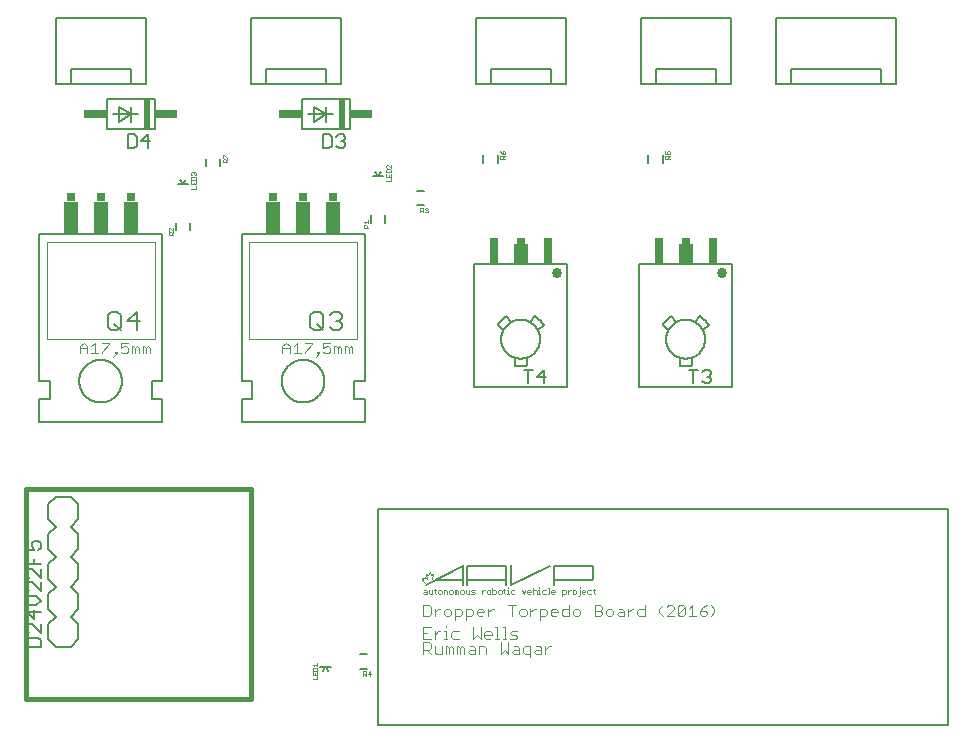
<source format=gto>
G75*
%MOIN*%
%OFA0B0*%
%FSLAX25Y25*%
%IPPOS*%
%LPD*%
%AMOC8*
5,1,8,0,0,1.08239X$1,22.5*
%
%ADD10C,0.01600*%
%ADD11C,0.00300*%
%ADD12C,0.00800*%
%ADD13C,0.00500*%
%ADD14C,0.00600*%
%ADD15R,0.02000X0.10000*%
%ADD16R,0.07500X0.03000*%
%ADD17C,0.00100*%
%ADD18C,0.00200*%
%ADD19C,0.00700*%
%ADD20C,0.00400*%
%ADD21R,0.03000X0.02500*%
%ADD22R,0.05000X0.11000*%
%ADD23C,0.03400*%
%ADD24R,0.05000X0.07000*%
%ADD25R,0.03000X0.08500*%
D10*
X0021800Y0051433D02*
X0021800Y0121433D01*
X0096800Y0121433D01*
X0096800Y0051433D01*
X0021800Y0051433D01*
D11*
X0154450Y0066583D02*
X0154450Y0070286D01*
X0156302Y0070286D01*
X0156919Y0069669D01*
X0156919Y0068435D01*
X0156302Y0067817D01*
X0154450Y0067817D01*
X0155684Y0067817D02*
X0156919Y0066583D01*
X0158133Y0067200D02*
X0158133Y0069052D01*
X0158133Y0067200D02*
X0158750Y0066583D01*
X0160602Y0066583D01*
X0160602Y0069052D01*
X0161816Y0069052D02*
X0161816Y0066583D01*
X0163051Y0066583D02*
X0163051Y0068435D01*
X0163668Y0069052D01*
X0164285Y0068435D01*
X0164285Y0066583D01*
X0165499Y0066583D02*
X0165499Y0069052D01*
X0166117Y0069052D01*
X0166734Y0068435D01*
X0167351Y0069052D01*
X0167968Y0068435D01*
X0167968Y0066583D01*
X0166734Y0066583D02*
X0166734Y0068435D01*
X0169183Y0067200D02*
X0169800Y0067817D01*
X0171651Y0067817D01*
X0171651Y0068435D02*
X0171651Y0066583D01*
X0169800Y0066583D01*
X0169183Y0067200D01*
X0169800Y0069052D02*
X0171034Y0069052D01*
X0171651Y0068435D01*
X0172866Y0069052D02*
X0172866Y0066583D01*
X0175334Y0066583D02*
X0175334Y0068435D01*
X0174717Y0069052D01*
X0172866Y0069052D01*
X0173493Y0071583D02*
X0172259Y0072817D01*
X0171024Y0071583D01*
X0171024Y0075286D01*
X0173493Y0075286D02*
X0173493Y0071583D01*
X0174707Y0072200D02*
X0174707Y0073435D01*
X0175324Y0074052D01*
X0176559Y0074052D01*
X0177176Y0073435D01*
X0177176Y0072817D01*
X0174707Y0072817D01*
X0174707Y0072200D02*
X0175324Y0071583D01*
X0176559Y0071583D01*
X0178390Y0071583D02*
X0179625Y0071583D01*
X0179008Y0071583D02*
X0179008Y0075286D01*
X0178390Y0075286D01*
X0180846Y0075286D02*
X0181463Y0075286D01*
X0181463Y0071583D01*
X0180846Y0071583D02*
X0182080Y0071583D01*
X0183301Y0071583D02*
X0185153Y0071583D01*
X0185770Y0072200D01*
X0185153Y0072817D01*
X0183918Y0072817D01*
X0183301Y0073435D01*
X0183918Y0074052D01*
X0185770Y0074052D01*
X0186988Y0079083D02*
X0186371Y0079700D01*
X0186371Y0080935D01*
X0186988Y0081552D01*
X0188222Y0081552D01*
X0188839Y0080935D01*
X0188839Y0079700D01*
X0188222Y0079083D01*
X0186988Y0079083D01*
X0190054Y0079083D02*
X0190054Y0081552D01*
X0191288Y0081552D02*
X0191905Y0081552D01*
X0191288Y0081552D02*
X0190054Y0080317D01*
X0193123Y0079083D02*
X0194975Y0079083D01*
X0195592Y0079700D01*
X0195592Y0080935D01*
X0194975Y0081552D01*
X0193123Y0081552D01*
X0193123Y0077849D01*
X0196806Y0079700D02*
X0196806Y0080935D01*
X0197423Y0081552D01*
X0198658Y0081552D01*
X0199275Y0080935D01*
X0199275Y0080317D01*
X0196806Y0080317D01*
X0196806Y0079700D02*
X0197423Y0079083D01*
X0198658Y0079083D01*
X0200489Y0079700D02*
X0200489Y0080935D01*
X0201106Y0081552D01*
X0202958Y0081552D01*
X0202958Y0082786D02*
X0202958Y0079083D01*
X0201106Y0079083D01*
X0200489Y0079700D01*
X0204172Y0079700D02*
X0204790Y0079083D01*
X0206024Y0079083D01*
X0206641Y0079700D01*
X0206641Y0080935D01*
X0206024Y0081552D01*
X0204790Y0081552D01*
X0204172Y0080935D01*
X0204172Y0079700D01*
X0211539Y0079083D02*
X0213390Y0079083D01*
X0214007Y0079700D01*
X0214007Y0080317D01*
X0213390Y0080935D01*
X0211539Y0080935D01*
X0211539Y0082786D02*
X0211539Y0079083D01*
X0213390Y0080935D02*
X0214007Y0081552D01*
X0214007Y0082169D01*
X0213390Y0082786D01*
X0211539Y0082786D01*
X0215222Y0080935D02*
X0215222Y0079700D01*
X0215839Y0079083D01*
X0217073Y0079083D01*
X0217691Y0079700D01*
X0217691Y0080935D01*
X0217073Y0081552D01*
X0215839Y0081552D01*
X0215222Y0080935D01*
X0218905Y0079700D02*
X0219522Y0079083D01*
X0221374Y0079083D01*
X0221374Y0080935D01*
X0220757Y0081552D01*
X0219522Y0081552D01*
X0219522Y0080317D02*
X0221374Y0080317D01*
X0222588Y0080317D02*
X0223823Y0081552D01*
X0224440Y0081552D01*
X0225657Y0080935D02*
X0226275Y0081552D01*
X0228126Y0081552D01*
X0228126Y0082786D02*
X0228126Y0079083D01*
X0226275Y0079083D01*
X0225657Y0079700D01*
X0225657Y0080935D01*
X0222588Y0081552D02*
X0222588Y0079083D01*
X0219522Y0080317D02*
X0218905Y0079700D01*
X0233024Y0080317D02*
X0233024Y0081552D01*
X0234258Y0082786D01*
X0235479Y0082169D02*
X0236096Y0082786D01*
X0237331Y0082786D01*
X0237948Y0082169D01*
X0237948Y0081552D01*
X0235479Y0079083D01*
X0237948Y0079083D01*
X0239162Y0079700D02*
X0239779Y0079083D01*
X0241014Y0079083D01*
X0241631Y0079700D01*
X0241631Y0082169D01*
X0239162Y0079700D01*
X0239162Y0082169D01*
X0239779Y0082786D01*
X0241014Y0082786D01*
X0241631Y0082169D01*
X0242845Y0081552D02*
X0244080Y0082786D01*
X0244080Y0079083D01*
X0245314Y0079083D02*
X0242845Y0079083D01*
X0246529Y0079700D02*
X0247146Y0079083D01*
X0248380Y0079083D01*
X0248997Y0079700D01*
X0248997Y0080317D01*
X0248380Y0080935D01*
X0246529Y0080935D01*
X0246529Y0079700D01*
X0246529Y0080935D02*
X0247763Y0082169D01*
X0248997Y0082786D01*
X0250212Y0082786D02*
X0251446Y0081552D01*
X0251446Y0080317D01*
X0250212Y0079083D01*
X0234258Y0079083D02*
X0233024Y0080317D01*
X0196816Y0069052D02*
X0196199Y0069052D01*
X0194965Y0067817D01*
X0193750Y0067817D02*
X0191899Y0067817D01*
X0191281Y0067200D01*
X0191899Y0066583D01*
X0193750Y0066583D01*
X0193750Y0068435D01*
X0193133Y0069052D01*
X0191899Y0069052D01*
X0190067Y0069052D02*
X0190067Y0065349D01*
X0190067Y0066583D02*
X0188215Y0066583D01*
X0187598Y0067200D01*
X0187598Y0068435D01*
X0188215Y0069052D01*
X0190067Y0069052D01*
X0186384Y0068435D02*
X0186384Y0066583D01*
X0184532Y0066583D01*
X0183915Y0067200D01*
X0184532Y0067817D01*
X0186384Y0067817D01*
X0186384Y0068435D02*
X0185767Y0069052D01*
X0184532Y0069052D01*
X0182701Y0070286D02*
X0182701Y0066583D01*
X0181466Y0067817D01*
X0180232Y0066583D01*
X0180232Y0070286D01*
X0183922Y0079083D02*
X0183922Y0082786D01*
X0185156Y0082786D02*
X0182687Y0082786D01*
X0177787Y0081552D02*
X0177169Y0081552D01*
X0175935Y0080317D01*
X0174721Y0080317D02*
X0172252Y0080317D01*
X0172252Y0079700D02*
X0172252Y0080935D01*
X0172869Y0081552D01*
X0174103Y0081552D01*
X0174721Y0080935D01*
X0174721Y0080317D01*
X0174103Y0079083D02*
X0172869Y0079083D01*
X0172252Y0079700D01*
X0171037Y0079700D02*
X0170420Y0079083D01*
X0168569Y0079083D01*
X0168569Y0077849D02*
X0168569Y0081552D01*
X0170420Y0081552D01*
X0171037Y0080935D01*
X0171037Y0079700D01*
X0167354Y0079700D02*
X0166737Y0079083D01*
X0164886Y0079083D01*
X0164886Y0077849D02*
X0164886Y0081552D01*
X0166737Y0081552D01*
X0167354Y0080935D01*
X0167354Y0079700D01*
X0163671Y0079700D02*
X0163054Y0079083D01*
X0161820Y0079083D01*
X0161202Y0079700D01*
X0161202Y0080935D01*
X0161820Y0081552D01*
X0163054Y0081552D01*
X0163671Y0080935D01*
X0163671Y0079700D01*
X0159985Y0081552D02*
X0159368Y0081552D01*
X0158133Y0080317D01*
X0158133Y0079083D02*
X0158133Y0081552D01*
X0156919Y0082169D02*
X0156302Y0082786D01*
X0154450Y0082786D01*
X0154450Y0079083D01*
X0156302Y0079083D01*
X0156919Y0079700D01*
X0156919Y0082169D01*
X0156919Y0075286D02*
X0154450Y0075286D01*
X0154450Y0071583D01*
X0156919Y0071583D01*
X0158133Y0071583D02*
X0158133Y0074052D01*
X0159368Y0074052D02*
X0159985Y0074052D01*
X0159368Y0074052D02*
X0158133Y0072817D01*
X0155684Y0073435D02*
X0154450Y0073435D01*
X0161202Y0074052D02*
X0161820Y0074052D01*
X0161820Y0071583D01*
X0162437Y0071583D02*
X0161202Y0071583D01*
X0163658Y0072200D02*
X0164275Y0071583D01*
X0166127Y0071583D01*
X0166127Y0074052D02*
X0164275Y0074052D01*
X0163658Y0073435D01*
X0163658Y0072200D01*
X0162433Y0069052D02*
X0163051Y0068435D01*
X0162433Y0069052D02*
X0161816Y0069052D01*
X0161820Y0075286D02*
X0161820Y0075903D01*
X0175935Y0079083D02*
X0175935Y0081552D01*
X0194965Y0069052D02*
X0194965Y0066583D01*
D12*
X0123611Y0062102D02*
X0121800Y0062102D01*
X0122720Y0060882D01*
X0121800Y0062102D02*
X0119989Y0062102D01*
X0120940Y0060882D02*
X0121700Y0062042D01*
X0039300Y0071433D02*
X0039300Y0076433D01*
X0036800Y0078933D01*
X0039300Y0081433D01*
X0039300Y0086433D01*
X0036800Y0088933D01*
X0039300Y0091433D01*
X0039300Y0096433D01*
X0036800Y0098933D01*
X0039300Y0101433D01*
X0039300Y0106433D01*
X0036800Y0108933D01*
X0039300Y0111433D01*
X0039300Y0116433D01*
X0036800Y0118933D01*
X0031800Y0118933D01*
X0029300Y0116433D01*
X0029300Y0111433D01*
X0031800Y0108933D01*
X0029300Y0106433D01*
X0029300Y0101433D01*
X0031800Y0098933D01*
X0029300Y0096433D01*
X0029300Y0091433D01*
X0031800Y0088933D01*
X0029300Y0086433D01*
X0029300Y0081433D01*
X0031800Y0078933D01*
X0029300Y0076433D01*
X0029300Y0071433D01*
X0031800Y0068933D01*
X0036800Y0068933D01*
X0039300Y0071433D01*
X0072489Y0223264D02*
X0074300Y0223264D01*
X0073380Y0224484D01*
X0074300Y0223264D02*
X0076111Y0223264D01*
X0075160Y0224484D02*
X0074400Y0223324D01*
X0137489Y0225764D02*
X0139300Y0225764D01*
X0138380Y0226984D01*
X0139300Y0225764D02*
X0141111Y0225764D01*
X0140160Y0226984D02*
X0139400Y0225824D01*
D13*
X0128449Y0235934D02*
X0127698Y0235183D01*
X0126197Y0235183D01*
X0125446Y0235934D01*
X0123845Y0235934D02*
X0123845Y0238936D01*
X0123094Y0239687D01*
X0120842Y0239687D01*
X0120842Y0235183D01*
X0123094Y0235183D01*
X0123845Y0235934D01*
X0125446Y0238936D02*
X0126197Y0239687D01*
X0127698Y0239687D01*
X0128449Y0238936D01*
X0128449Y0238186D01*
X0127698Y0237435D01*
X0128449Y0236684D01*
X0128449Y0235934D01*
X0127698Y0237435D02*
X0126947Y0237435D01*
X0126800Y0256433D02*
X0121800Y0256433D01*
X0121800Y0261433D01*
X0101800Y0261433D01*
X0101800Y0256433D01*
X0096800Y0256433D01*
X0096800Y0278433D01*
X0126800Y0278433D01*
X0126800Y0256433D01*
X0121800Y0256433D02*
X0101800Y0256433D01*
X0061800Y0256433D02*
X0056800Y0256433D01*
X0056800Y0261433D01*
X0036800Y0261433D01*
X0036800Y0256433D01*
X0031800Y0256433D01*
X0031800Y0278433D01*
X0061800Y0278433D01*
X0061800Y0256433D01*
X0056800Y0256433D02*
X0036800Y0256433D01*
X0055842Y0239687D02*
X0058094Y0239687D01*
X0058845Y0238936D01*
X0058845Y0235934D01*
X0058094Y0235183D01*
X0055842Y0235183D01*
X0055842Y0239687D01*
X0060446Y0237435D02*
X0063449Y0237435D01*
X0062698Y0235183D02*
X0062698Y0239687D01*
X0060446Y0237435D01*
X0171800Y0256433D02*
X0176800Y0256433D01*
X0176800Y0261433D01*
X0196800Y0261433D01*
X0196800Y0256433D01*
X0176800Y0256433D01*
X0171800Y0256433D02*
X0171800Y0278433D01*
X0201800Y0278433D01*
X0201800Y0256433D01*
X0196800Y0256433D01*
X0226800Y0256433D02*
X0231800Y0256433D01*
X0231800Y0261433D01*
X0251800Y0261433D01*
X0251800Y0256433D01*
X0231800Y0256433D01*
X0226800Y0256433D02*
X0226800Y0278433D01*
X0256800Y0278433D01*
X0256800Y0256433D01*
X0251800Y0256433D01*
X0271800Y0256433D02*
X0276800Y0256433D01*
X0276800Y0261433D01*
X0306800Y0261433D01*
X0306800Y0256433D01*
X0276800Y0256433D01*
X0271800Y0256433D02*
X0271800Y0278433D01*
X0311800Y0278433D01*
X0311800Y0256433D01*
X0306800Y0256433D01*
X0257300Y0196433D02*
X0226300Y0196433D01*
X0226300Y0155433D01*
X0257300Y0155433D01*
X0257300Y0196433D01*
X0246679Y0178996D02*
X0244826Y0177186D01*
X0247622Y0174324D02*
X0249474Y0176135D01*
X0235300Y0171433D02*
X0235302Y0171594D01*
X0235308Y0171754D01*
X0235318Y0171915D01*
X0235332Y0172075D01*
X0235350Y0172235D01*
X0235371Y0172394D01*
X0235397Y0172553D01*
X0235427Y0172711D01*
X0235460Y0172868D01*
X0235498Y0173025D01*
X0235539Y0173180D01*
X0235584Y0173334D01*
X0235633Y0173487D01*
X0235686Y0173639D01*
X0235742Y0173790D01*
X0235803Y0173939D01*
X0235866Y0174087D01*
X0235934Y0174233D01*
X0236005Y0174377D01*
X0236079Y0174519D01*
X0236157Y0174660D01*
X0236239Y0174798D01*
X0236324Y0174935D01*
X0236412Y0175069D01*
X0236504Y0175201D01*
X0236599Y0175331D01*
X0236697Y0175459D01*
X0236798Y0175584D01*
X0236902Y0175706D01*
X0237009Y0175826D01*
X0237119Y0175943D01*
X0237232Y0176058D01*
X0237348Y0176169D01*
X0237467Y0176278D01*
X0237588Y0176383D01*
X0237712Y0176486D01*
X0237838Y0176586D01*
X0237966Y0176682D01*
X0238097Y0176775D01*
X0238231Y0176865D01*
X0238366Y0176952D01*
X0238504Y0177035D01*
X0238643Y0177115D01*
X0238785Y0177191D01*
X0238928Y0177264D01*
X0239073Y0177333D01*
X0239220Y0177399D01*
X0239368Y0177461D01*
X0239518Y0177519D01*
X0239669Y0177574D01*
X0239822Y0177625D01*
X0239976Y0177672D01*
X0240131Y0177715D01*
X0240287Y0177754D01*
X0240443Y0177790D01*
X0240601Y0177821D01*
X0240759Y0177849D01*
X0240918Y0177873D01*
X0241078Y0177893D01*
X0241238Y0177909D01*
X0241398Y0177921D01*
X0241559Y0177929D01*
X0241720Y0177933D01*
X0241880Y0177933D01*
X0242041Y0177929D01*
X0242202Y0177921D01*
X0242362Y0177909D01*
X0242522Y0177893D01*
X0242682Y0177873D01*
X0242841Y0177849D01*
X0242999Y0177821D01*
X0243157Y0177790D01*
X0243313Y0177754D01*
X0243469Y0177715D01*
X0243624Y0177672D01*
X0243778Y0177625D01*
X0243931Y0177574D01*
X0244082Y0177519D01*
X0244232Y0177461D01*
X0244380Y0177399D01*
X0244527Y0177333D01*
X0244672Y0177264D01*
X0244815Y0177191D01*
X0244957Y0177115D01*
X0245096Y0177035D01*
X0245234Y0176952D01*
X0245369Y0176865D01*
X0245503Y0176775D01*
X0245634Y0176682D01*
X0245762Y0176586D01*
X0245888Y0176486D01*
X0246012Y0176383D01*
X0246133Y0176278D01*
X0246252Y0176169D01*
X0246368Y0176058D01*
X0246481Y0175943D01*
X0246591Y0175826D01*
X0246698Y0175706D01*
X0246802Y0175584D01*
X0246903Y0175459D01*
X0247001Y0175331D01*
X0247096Y0175201D01*
X0247188Y0175069D01*
X0247276Y0174935D01*
X0247361Y0174798D01*
X0247443Y0174660D01*
X0247521Y0174519D01*
X0247595Y0174377D01*
X0247666Y0174233D01*
X0247734Y0174087D01*
X0247797Y0173939D01*
X0247858Y0173790D01*
X0247914Y0173639D01*
X0247967Y0173487D01*
X0248016Y0173334D01*
X0248061Y0173180D01*
X0248102Y0173025D01*
X0248140Y0172868D01*
X0248173Y0172711D01*
X0248203Y0172553D01*
X0248229Y0172394D01*
X0248250Y0172235D01*
X0248268Y0172075D01*
X0248282Y0171915D01*
X0248292Y0171754D01*
X0248298Y0171594D01*
X0248300Y0171433D01*
X0248298Y0171272D01*
X0248292Y0171112D01*
X0248282Y0170951D01*
X0248268Y0170791D01*
X0248250Y0170631D01*
X0248229Y0170472D01*
X0248203Y0170313D01*
X0248173Y0170155D01*
X0248140Y0169998D01*
X0248102Y0169841D01*
X0248061Y0169686D01*
X0248016Y0169532D01*
X0247967Y0169379D01*
X0247914Y0169227D01*
X0247858Y0169076D01*
X0247797Y0168927D01*
X0247734Y0168779D01*
X0247666Y0168633D01*
X0247595Y0168489D01*
X0247521Y0168347D01*
X0247443Y0168206D01*
X0247361Y0168068D01*
X0247276Y0167931D01*
X0247188Y0167797D01*
X0247096Y0167665D01*
X0247001Y0167535D01*
X0246903Y0167407D01*
X0246802Y0167282D01*
X0246698Y0167160D01*
X0246591Y0167040D01*
X0246481Y0166923D01*
X0246368Y0166808D01*
X0246252Y0166697D01*
X0246133Y0166588D01*
X0246012Y0166483D01*
X0245888Y0166380D01*
X0245762Y0166280D01*
X0245634Y0166184D01*
X0245503Y0166091D01*
X0245369Y0166001D01*
X0245234Y0165914D01*
X0245096Y0165831D01*
X0244957Y0165751D01*
X0244815Y0165675D01*
X0244672Y0165602D01*
X0244527Y0165533D01*
X0244380Y0165467D01*
X0244232Y0165405D01*
X0244082Y0165347D01*
X0243931Y0165292D01*
X0243778Y0165241D01*
X0243624Y0165194D01*
X0243469Y0165151D01*
X0243313Y0165112D01*
X0243157Y0165076D01*
X0242999Y0165045D01*
X0242841Y0165017D01*
X0242682Y0164993D01*
X0242522Y0164973D01*
X0242362Y0164957D01*
X0242202Y0164945D01*
X0242041Y0164937D01*
X0241880Y0164933D01*
X0241720Y0164933D01*
X0241559Y0164937D01*
X0241398Y0164945D01*
X0241238Y0164957D01*
X0241078Y0164973D01*
X0240918Y0164993D01*
X0240759Y0165017D01*
X0240601Y0165045D01*
X0240443Y0165076D01*
X0240287Y0165112D01*
X0240131Y0165151D01*
X0239976Y0165194D01*
X0239822Y0165241D01*
X0239669Y0165292D01*
X0239518Y0165347D01*
X0239368Y0165405D01*
X0239220Y0165467D01*
X0239073Y0165533D01*
X0238928Y0165602D01*
X0238785Y0165675D01*
X0238643Y0165751D01*
X0238504Y0165831D01*
X0238366Y0165914D01*
X0238231Y0166001D01*
X0238097Y0166091D01*
X0237966Y0166184D01*
X0237838Y0166280D01*
X0237712Y0166380D01*
X0237588Y0166483D01*
X0237467Y0166588D01*
X0237348Y0166697D01*
X0237232Y0166808D01*
X0237119Y0166923D01*
X0237009Y0167040D01*
X0236902Y0167160D01*
X0236798Y0167282D01*
X0236697Y0167407D01*
X0236599Y0167535D01*
X0236504Y0167665D01*
X0236412Y0167797D01*
X0236324Y0167931D01*
X0236239Y0168068D01*
X0236157Y0168206D01*
X0236079Y0168347D01*
X0236005Y0168489D01*
X0235934Y0168633D01*
X0235866Y0168779D01*
X0235803Y0168927D01*
X0235742Y0169076D01*
X0235686Y0169227D01*
X0235633Y0169379D01*
X0235584Y0169532D01*
X0235539Y0169686D01*
X0235498Y0169841D01*
X0235460Y0169998D01*
X0235427Y0170155D01*
X0235397Y0170313D01*
X0235371Y0170472D01*
X0235350Y0170631D01*
X0235332Y0170791D01*
X0235318Y0170951D01*
X0235308Y0171112D01*
X0235302Y0171272D01*
X0235300Y0171433D01*
X0235978Y0174324D02*
X0234126Y0176135D01*
X0236921Y0178996D02*
X0238774Y0177186D01*
X0239800Y0162658D02*
X0240007Y0162613D01*
X0240216Y0162573D01*
X0240425Y0162539D01*
X0240636Y0162509D01*
X0240846Y0162484D01*
X0241058Y0162464D01*
X0241270Y0162449D01*
X0241482Y0162439D01*
X0241694Y0162434D01*
X0241906Y0162434D01*
X0242118Y0162439D01*
X0242330Y0162449D01*
X0242542Y0162464D01*
X0242754Y0162484D01*
X0242964Y0162509D01*
X0243175Y0162539D01*
X0243384Y0162573D01*
X0243593Y0162613D01*
X0243800Y0162658D01*
X0243800Y0165248D01*
X0239800Y0165248D02*
X0239800Y0162658D01*
X0242842Y0161187D02*
X0245845Y0161187D01*
X0244343Y0161187D02*
X0244343Y0156683D01*
X0247446Y0157434D02*
X0248197Y0156683D01*
X0249698Y0156683D01*
X0250449Y0157434D01*
X0250449Y0158184D01*
X0249698Y0158935D01*
X0248947Y0158935D01*
X0249698Y0158935D02*
X0250449Y0159686D01*
X0250449Y0160436D01*
X0249698Y0161187D01*
X0248197Y0161187D01*
X0247446Y0160436D01*
X0249474Y0176135D02*
X0249361Y0176315D01*
X0249244Y0176492D01*
X0249123Y0176666D01*
X0248997Y0176837D01*
X0248868Y0177005D01*
X0248734Y0177170D01*
X0248597Y0177332D01*
X0248456Y0177491D01*
X0248311Y0177646D01*
X0248163Y0177798D01*
X0248011Y0177946D01*
X0247856Y0178091D01*
X0247697Y0178232D01*
X0247535Y0178369D01*
X0247370Y0178503D01*
X0247201Y0178632D01*
X0247030Y0178757D01*
X0246856Y0178879D01*
X0246679Y0178996D01*
X0236921Y0178996D02*
X0236744Y0178879D01*
X0236570Y0178757D01*
X0236399Y0178632D01*
X0236230Y0178503D01*
X0236065Y0178369D01*
X0235903Y0178232D01*
X0235744Y0178091D01*
X0235589Y0177946D01*
X0235437Y0177798D01*
X0235289Y0177646D01*
X0235144Y0177491D01*
X0235003Y0177332D01*
X0234866Y0177170D01*
X0234732Y0177005D01*
X0234603Y0176837D01*
X0234477Y0176666D01*
X0234356Y0176492D01*
X0234239Y0176315D01*
X0234126Y0176135D01*
X0202300Y0196433D02*
X0202300Y0155433D01*
X0171300Y0155433D01*
X0171300Y0196433D01*
X0202300Y0196433D01*
X0191679Y0178996D02*
X0189826Y0177186D01*
X0192622Y0174324D02*
X0194474Y0176135D01*
X0180300Y0171433D02*
X0180302Y0171594D01*
X0180308Y0171754D01*
X0180318Y0171915D01*
X0180332Y0172075D01*
X0180350Y0172235D01*
X0180371Y0172394D01*
X0180397Y0172553D01*
X0180427Y0172711D01*
X0180460Y0172868D01*
X0180498Y0173025D01*
X0180539Y0173180D01*
X0180584Y0173334D01*
X0180633Y0173487D01*
X0180686Y0173639D01*
X0180742Y0173790D01*
X0180803Y0173939D01*
X0180866Y0174087D01*
X0180934Y0174233D01*
X0181005Y0174377D01*
X0181079Y0174519D01*
X0181157Y0174660D01*
X0181239Y0174798D01*
X0181324Y0174935D01*
X0181412Y0175069D01*
X0181504Y0175201D01*
X0181599Y0175331D01*
X0181697Y0175459D01*
X0181798Y0175584D01*
X0181902Y0175706D01*
X0182009Y0175826D01*
X0182119Y0175943D01*
X0182232Y0176058D01*
X0182348Y0176169D01*
X0182467Y0176278D01*
X0182588Y0176383D01*
X0182712Y0176486D01*
X0182838Y0176586D01*
X0182966Y0176682D01*
X0183097Y0176775D01*
X0183231Y0176865D01*
X0183366Y0176952D01*
X0183504Y0177035D01*
X0183643Y0177115D01*
X0183785Y0177191D01*
X0183928Y0177264D01*
X0184073Y0177333D01*
X0184220Y0177399D01*
X0184368Y0177461D01*
X0184518Y0177519D01*
X0184669Y0177574D01*
X0184822Y0177625D01*
X0184976Y0177672D01*
X0185131Y0177715D01*
X0185287Y0177754D01*
X0185443Y0177790D01*
X0185601Y0177821D01*
X0185759Y0177849D01*
X0185918Y0177873D01*
X0186078Y0177893D01*
X0186238Y0177909D01*
X0186398Y0177921D01*
X0186559Y0177929D01*
X0186720Y0177933D01*
X0186880Y0177933D01*
X0187041Y0177929D01*
X0187202Y0177921D01*
X0187362Y0177909D01*
X0187522Y0177893D01*
X0187682Y0177873D01*
X0187841Y0177849D01*
X0187999Y0177821D01*
X0188157Y0177790D01*
X0188313Y0177754D01*
X0188469Y0177715D01*
X0188624Y0177672D01*
X0188778Y0177625D01*
X0188931Y0177574D01*
X0189082Y0177519D01*
X0189232Y0177461D01*
X0189380Y0177399D01*
X0189527Y0177333D01*
X0189672Y0177264D01*
X0189815Y0177191D01*
X0189957Y0177115D01*
X0190096Y0177035D01*
X0190234Y0176952D01*
X0190369Y0176865D01*
X0190503Y0176775D01*
X0190634Y0176682D01*
X0190762Y0176586D01*
X0190888Y0176486D01*
X0191012Y0176383D01*
X0191133Y0176278D01*
X0191252Y0176169D01*
X0191368Y0176058D01*
X0191481Y0175943D01*
X0191591Y0175826D01*
X0191698Y0175706D01*
X0191802Y0175584D01*
X0191903Y0175459D01*
X0192001Y0175331D01*
X0192096Y0175201D01*
X0192188Y0175069D01*
X0192276Y0174935D01*
X0192361Y0174798D01*
X0192443Y0174660D01*
X0192521Y0174519D01*
X0192595Y0174377D01*
X0192666Y0174233D01*
X0192734Y0174087D01*
X0192797Y0173939D01*
X0192858Y0173790D01*
X0192914Y0173639D01*
X0192967Y0173487D01*
X0193016Y0173334D01*
X0193061Y0173180D01*
X0193102Y0173025D01*
X0193140Y0172868D01*
X0193173Y0172711D01*
X0193203Y0172553D01*
X0193229Y0172394D01*
X0193250Y0172235D01*
X0193268Y0172075D01*
X0193282Y0171915D01*
X0193292Y0171754D01*
X0193298Y0171594D01*
X0193300Y0171433D01*
X0193298Y0171272D01*
X0193292Y0171112D01*
X0193282Y0170951D01*
X0193268Y0170791D01*
X0193250Y0170631D01*
X0193229Y0170472D01*
X0193203Y0170313D01*
X0193173Y0170155D01*
X0193140Y0169998D01*
X0193102Y0169841D01*
X0193061Y0169686D01*
X0193016Y0169532D01*
X0192967Y0169379D01*
X0192914Y0169227D01*
X0192858Y0169076D01*
X0192797Y0168927D01*
X0192734Y0168779D01*
X0192666Y0168633D01*
X0192595Y0168489D01*
X0192521Y0168347D01*
X0192443Y0168206D01*
X0192361Y0168068D01*
X0192276Y0167931D01*
X0192188Y0167797D01*
X0192096Y0167665D01*
X0192001Y0167535D01*
X0191903Y0167407D01*
X0191802Y0167282D01*
X0191698Y0167160D01*
X0191591Y0167040D01*
X0191481Y0166923D01*
X0191368Y0166808D01*
X0191252Y0166697D01*
X0191133Y0166588D01*
X0191012Y0166483D01*
X0190888Y0166380D01*
X0190762Y0166280D01*
X0190634Y0166184D01*
X0190503Y0166091D01*
X0190369Y0166001D01*
X0190234Y0165914D01*
X0190096Y0165831D01*
X0189957Y0165751D01*
X0189815Y0165675D01*
X0189672Y0165602D01*
X0189527Y0165533D01*
X0189380Y0165467D01*
X0189232Y0165405D01*
X0189082Y0165347D01*
X0188931Y0165292D01*
X0188778Y0165241D01*
X0188624Y0165194D01*
X0188469Y0165151D01*
X0188313Y0165112D01*
X0188157Y0165076D01*
X0187999Y0165045D01*
X0187841Y0165017D01*
X0187682Y0164993D01*
X0187522Y0164973D01*
X0187362Y0164957D01*
X0187202Y0164945D01*
X0187041Y0164937D01*
X0186880Y0164933D01*
X0186720Y0164933D01*
X0186559Y0164937D01*
X0186398Y0164945D01*
X0186238Y0164957D01*
X0186078Y0164973D01*
X0185918Y0164993D01*
X0185759Y0165017D01*
X0185601Y0165045D01*
X0185443Y0165076D01*
X0185287Y0165112D01*
X0185131Y0165151D01*
X0184976Y0165194D01*
X0184822Y0165241D01*
X0184669Y0165292D01*
X0184518Y0165347D01*
X0184368Y0165405D01*
X0184220Y0165467D01*
X0184073Y0165533D01*
X0183928Y0165602D01*
X0183785Y0165675D01*
X0183643Y0165751D01*
X0183504Y0165831D01*
X0183366Y0165914D01*
X0183231Y0166001D01*
X0183097Y0166091D01*
X0182966Y0166184D01*
X0182838Y0166280D01*
X0182712Y0166380D01*
X0182588Y0166483D01*
X0182467Y0166588D01*
X0182348Y0166697D01*
X0182232Y0166808D01*
X0182119Y0166923D01*
X0182009Y0167040D01*
X0181902Y0167160D01*
X0181798Y0167282D01*
X0181697Y0167407D01*
X0181599Y0167535D01*
X0181504Y0167665D01*
X0181412Y0167797D01*
X0181324Y0167931D01*
X0181239Y0168068D01*
X0181157Y0168206D01*
X0181079Y0168347D01*
X0181005Y0168489D01*
X0180934Y0168633D01*
X0180866Y0168779D01*
X0180803Y0168927D01*
X0180742Y0169076D01*
X0180686Y0169227D01*
X0180633Y0169379D01*
X0180584Y0169532D01*
X0180539Y0169686D01*
X0180498Y0169841D01*
X0180460Y0169998D01*
X0180427Y0170155D01*
X0180397Y0170313D01*
X0180371Y0170472D01*
X0180350Y0170631D01*
X0180332Y0170791D01*
X0180318Y0170951D01*
X0180308Y0171112D01*
X0180302Y0171272D01*
X0180300Y0171433D01*
X0180978Y0174324D02*
X0179126Y0176135D01*
X0181921Y0178996D02*
X0183774Y0177186D01*
X0184800Y0162658D02*
X0185007Y0162613D01*
X0185216Y0162573D01*
X0185425Y0162539D01*
X0185636Y0162509D01*
X0185846Y0162484D01*
X0186058Y0162464D01*
X0186270Y0162449D01*
X0186482Y0162439D01*
X0186694Y0162434D01*
X0186906Y0162434D01*
X0187118Y0162439D01*
X0187330Y0162449D01*
X0187542Y0162464D01*
X0187754Y0162484D01*
X0187964Y0162509D01*
X0188175Y0162539D01*
X0188384Y0162573D01*
X0188593Y0162613D01*
X0188800Y0162658D01*
X0188800Y0165248D01*
X0184800Y0165248D02*
X0184800Y0162658D01*
X0187842Y0161187D02*
X0190845Y0161187D01*
X0189343Y0161187D02*
X0189343Y0156683D01*
X0192446Y0158935D02*
X0195449Y0158935D01*
X0194698Y0156683D02*
X0194698Y0161187D01*
X0192446Y0158935D01*
X0194474Y0176135D02*
X0194361Y0176315D01*
X0194244Y0176492D01*
X0194123Y0176666D01*
X0193997Y0176837D01*
X0193868Y0177005D01*
X0193734Y0177170D01*
X0193597Y0177332D01*
X0193456Y0177491D01*
X0193311Y0177646D01*
X0193163Y0177798D01*
X0193011Y0177946D01*
X0192856Y0178091D01*
X0192697Y0178232D01*
X0192535Y0178369D01*
X0192370Y0178503D01*
X0192201Y0178632D01*
X0192030Y0178757D01*
X0191856Y0178879D01*
X0191679Y0178996D01*
X0181921Y0178996D02*
X0181744Y0178879D01*
X0181570Y0178757D01*
X0181399Y0178632D01*
X0181230Y0178503D01*
X0181065Y0178369D01*
X0180903Y0178232D01*
X0180744Y0178091D01*
X0180589Y0177946D01*
X0180437Y0177798D01*
X0180289Y0177646D01*
X0180144Y0177491D01*
X0180003Y0177332D01*
X0179866Y0177170D01*
X0179732Y0177005D01*
X0179603Y0176837D01*
X0179477Y0176666D01*
X0179356Y0176492D01*
X0179239Y0176315D01*
X0179126Y0176135D01*
X0139300Y0114933D02*
X0139300Y0042933D01*
X0329300Y0042933D01*
X0329300Y0114933D01*
X0139300Y0114933D01*
X0155200Y0089333D02*
X0167500Y0095933D01*
X0167700Y0096033D02*
X0167700Y0089333D01*
X0169000Y0089333D02*
X0169000Y0091233D01*
X0181300Y0091233D01*
X0181400Y0091233D01*
X0181500Y0091233D02*
X0181550Y0091242D01*
X0181599Y0091254D01*
X0181647Y0091270D01*
X0181693Y0091289D01*
X0181738Y0091311D01*
X0181782Y0091337D01*
X0181823Y0091366D01*
X0181862Y0091398D01*
X0181899Y0091432D01*
X0181933Y0091469D01*
X0181965Y0091508D01*
X0181993Y0091550D01*
X0182018Y0091594D01*
X0182040Y0091639D01*
X0182059Y0091686D01*
X0182074Y0091734D01*
X0182086Y0091783D01*
X0182094Y0091832D01*
X0182099Y0091882D01*
X0182100Y0091933D01*
X0182100Y0091833D01*
X0182100Y0091933D02*
X0182100Y0095333D01*
X0182091Y0095383D01*
X0182079Y0095432D01*
X0182063Y0095480D01*
X0182044Y0095526D01*
X0182022Y0095571D01*
X0181996Y0095615D01*
X0181967Y0095656D01*
X0181935Y0095695D01*
X0181901Y0095732D01*
X0181864Y0095766D01*
X0181825Y0095798D01*
X0181783Y0095826D01*
X0181739Y0095851D01*
X0181694Y0095873D01*
X0181647Y0095892D01*
X0181599Y0095907D01*
X0181550Y0095919D01*
X0181501Y0095927D01*
X0181451Y0095932D01*
X0181400Y0095933D01*
X0169000Y0095933D01*
X0169000Y0091233D01*
X0167500Y0091233D02*
X0158800Y0091233D01*
X0181300Y0091233D02*
X0181350Y0091232D01*
X0181400Y0091227D01*
X0181450Y0091219D01*
X0181499Y0091208D01*
X0181547Y0091192D01*
X0181594Y0091173D01*
X0181639Y0091151D01*
X0181683Y0091126D01*
X0181725Y0091098D01*
X0181764Y0091066D01*
X0181801Y0091032D01*
X0181836Y0090995D01*
X0181867Y0090956D01*
X0181896Y0090915D01*
X0181922Y0090871D01*
X0181944Y0090826D01*
X0181963Y0090779D01*
X0181979Y0090732D01*
X0181991Y0090683D01*
X0182000Y0090633D01*
X0182000Y0090733D02*
X0182000Y0089333D01*
X0183700Y0089533D02*
X0196500Y0095933D01*
X0198000Y0095933D02*
X0210400Y0095933D01*
X0210451Y0095932D01*
X0210501Y0095927D01*
X0210550Y0095919D01*
X0210599Y0095907D01*
X0210647Y0095892D01*
X0210694Y0095873D01*
X0210739Y0095851D01*
X0210783Y0095826D01*
X0210825Y0095798D01*
X0210864Y0095766D01*
X0210901Y0095732D01*
X0210935Y0095695D01*
X0210967Y0095656D01*
X0210996Y0095615D01*
X0211022Y0095571D01*
X0211044Y0095526D01*
X0211063Y0095480D01*
X0211079Y0095432D01*
X0211091Y0095383D01*
X0211100Y0095333D01*
X0211100Y0091933D01*
X0211100Y0091833D01*
X0211100Y0091933D02*
X0211099Y0091882D01*
X0211094Y0091832D01*
X0211086Y0091783D01*
X0211074Y0091734D01*
X0211059Y0091686D01*
X0211040Y0091639D01*
X0211018Y0091594D01*
X0210993Y0091550D01*
X0210965Y0091508D01*
X0210933Y0091469D01*
X0210899Y0091432D01*
X0210862Y0091398D01*
X0210823Y0091366D01*
X0210782Y0091337D01*
X0210738Y0091311D01*
X0210693Y0091289D01*
X0210647Y0091270D01*
X0210599Y0091254D01*
X0210550Y0091242D01*
X0210500Y0091233D01*
X0210400Y0091233D02*
X0198000Y0091233D01*
X0198000Y0089333D01*
X0198000Y0091233D02*
X0198000Y0095933D01*
X0183700Y0096033D02*
X0183700Y0089533D01*
X0026850Y0090301D02*
X0026850Y0087299D01*
X0023847Y0090301D01*
X0023097Y0090301D01*
X0022346Y0089551D01*
X0022346Y0088049D01*
X0023097Y0087299D01*
X0022346Y0085697D02*
X0025349Y0085697D01*
X0026850Y0084196D01*
X0025349Y0082695D01*
X0022346Y0082695D01*
X0022346Y0080343D02*
X0024598Y0078091D01*
X0024598Y0081093D01*
X0026850Y0080343D02*
X0022346Y0080343D01*
X0023097Y0076490D02*
X0022346Y0075739D01*
X0022346Y0074238D01*
X0023097Y0073487D01*
X0023097Y0071886D02*
X0022346Y0071135D01*
X0022346Y0068883D01*
X0026850Y0068883D01*
X0026850Y0071135D01*
X0026099Y0071886D01*
X0023097Y0071886D01*
X0026850Y0073487D02*
X0023847Y0076490D01*
X0023097Y0076490D01*
X0026850Y0076490D02*
X0026850Y0073487D01*
X0026850Y0091903D02*
X0023847Y0094905D01*
X0023097Y0094905D01*
X0022346Y0094155D01*
X0022346Y0092653D01*
X0023097Y0091903D01*
X0026850Y0091903D02*
X0026850Y0094905D01*
X0026850Y0096507D02*
X0022346Y0096507D01*
X0022346Y0099509D01*
X0022346Y0101111D02*
X0024598Y0101111D01*
X0023847Y0102612D01*
X0023847Y0103362D01*
X0024598Y0104113D01*
X0026099Y0104113D01*
X0026850Y0103362D01*
X0026850Y0101861D01*
X0026099Y0101111D01*
X0024598Y0098008D02*
X0024598Y0096507D01*
X0022346Y0101111D02*
X0022346Y0104113D01*
D14*
X0026300Y0143933D02*
X0026300Y0151433D01*
X0029800Y0151433D01*
X0029800Y0157433D01*
X0026300Y0157433D01*
X0026300Y0206433D01*
X0067300Y0206433D01*
X0067300Y0157433D01*
X0063800Y0157433D01*
X0063800Y0151433D01*
X0067300Y0151433D01*
X0067300Y0143933D01*
X0026300Y0143933D01*
X0039700Y0157433D02*
X0039702Y0157607D01*
X0039709Y0157781D01*
X0039719Y0157955D01*
X0039734Y0158129D01*
X0039753Y0158302D01*
X0039777Y0158475D01*
X0039805Y0158647D01*
X0039836Y0158818D01*
X0039873Y0158989D01*
X0039913Y0159158D01*
X0039957Y0159327D01*
X0040006Y0159494D01*
X0040058Y0159660D01*
X0040115Y0159825D01*
X0040176Y0159988D01*
X0040240Y0160150D01*
X0040309Y0160310D01*
X0040382Y0160469D01*
X0040458Y0160625D01*
X0040538Y0160780D01*
X0040622Y0160933D01*
X0040710Y0161083D01*
X0040802Y0161231D01*
X0040897Y0161378D01*
X0040995Y0161521D01*
X0041097Y0161662D01*
X0041203Y0161801D01*
X0041312Y0161937D01*
X0041424Y0162071D01*
X0041539Y0162201D01*
X0041658Y0162329D01*
X0041780Y0162453D01*
X0041904Y0162575D01*
X0042032Y0162694D01*
X0042162Y0162809D01*
X0042296Y0162921D01*
X0042432Y0163030D01*
X0042571Y0163136D01*
X0042712Y0163238D01*
X0042855Y0163336D01*
X0043002Y0163431D01*
X0043150Y0163523D01*
X0043300Y0163611D01*
X0043453Y0163695D01*
X0043608Y0163775D01*
X0043764Y0163851D01*
X0043923Y0163924D01*
X0044083Y0163993D01*
X0044245Y0164057D01*
X0044408Y0164118D01*
X0044573Y0164175D01*
X0044739Y0164227D01*
X0044906Y0164276D01*
X0045075Y0164320D01*
X0045244Y0164360D01*
X0045415Y0164397D01*
X0045586Y0164428D01*
X0045758Y0164456D01*
X0045931Y0164480D01*
X0046104Y0164499D01*
X0046278Y0164514D01*
X0046452Y0164524D01*
X0046626Y0164531D01*
X0046800Y0164533D01*
X0046974Y0164531D01*
X0047148Y0164524D01*
X0047322Y0164514D01*
X0047496Y0164499D01*
X0047669Y0164480D01*
X0047842Y0164456D01*
X0048014Y0164428D01*
X0048185Y0164397D01*
X0048356Y0164360D01*
X0048525Y0164320D01*
X0048694Y0164276D01*
X0048861Y0164227D01*
X0049027Y0164175D01*
X0049192Y0164118D01*
X0049355Y0164057D01*
X0049517Y0163993D01*
X0049677Y0163924D01*
X0049836Y0163851D01*
X0049992Y0163775D01*
X0050147Y0163695D01*
X0050300Y0163611D01*
X0050450Y0163523D01*
X0050598Y0163431D01*
X0050745Y0163336D01*
X0050888Y0163238D01*
X0051029Y0163136D01*
X0051168Y0163030D01*
X0051304Y0162921D01*
X0051438Y0162809D01*
X0051568Y0162694D01*
X0051696Y0162575D01*
X0051820Y0162453D01*
X0051942Y0162329D01*
X0052061Y0162201D01*
X0052176Y0162071D01*
X0052288Y0161937D01*
X0052397Y0161801D01*
X0052503Y0161662D01*
X0052605Y0161521D01*
X0052703Y0161378D01*
X0052798Y0161231D01*
X0052890Y0161083D01*
X0052978Y0160933D01*
X0053062Y0160780D01*
X0053142Y0160625D01*
X0053218Y0160469D01*
X0053291Y0160310D01*
X0053360Y0160150D01*
X0053424Y0159988D01*
X0053485Y0159825D01*
X0053542Y0159660D01*
X0053594Y0159494D01*
X0053643Y0159327D01*
X0053687Y0159158D01*
X0053727Y0158989D01*
X0053764Y0158818D01*
X0053795Y0158647D01*
X0053823Y0158475D01*
X0053847Y0158302D01*
X0053866Y0158129D01*
X0053881Y0157955D01*
X0053891Y0157781D01*
X0053898Y0157607D01*
X0053900Y0157433D01*
X0053898Y0157259D01*
X0053891Y0157085D01*
X0053881Y0156911D01*
X0053866Y0156737D01*
X0053847Y0156564D01*
X0053823Y0156391D01*
X0053795Y0156219D01*
X0053764Y0156048D01*
X0053727Y0155877D01*
X0053687Y0155708D01*
X0053643Y0155539D01*
X0053594Y0155372D01*
X0053542Y0155206D01*
X0053485Y0155041D01*
X0053424Y0154878D01*
X0053360Y0154716D01*
X0053291Y0154556D01*
X0053218Y0154397D01*
X0053142Y0154241D01*
X0053062Y0154086D01*
X0052978Y0153933D01*
X0052890Y0153783D01*
X0052798Y0153635D01*
X0052703Y0153488D01*
X0052605Y0153345D01*
X0052503Y0153204D01*
X0052397Y0153065D01*
X0052288Y0152929D01*
X0052176Y0152795D01*
X0052061Y0152665D01*
X0051942Y0152537D01*
X0051820Y0152413D01*
X0051696Y0152291D01*
X0051568Y0152172D01*
X0051438Y0152057D01*
X0051304Y0151945D01*
X0051168Y0151836D01*
X0051029Y0151730D01*
X0050888Y0151628D01*
X0050745Y0151530D01*
X0050598Y0151435D01*
X0050450Y0151343D01*
X0050300Y0151255D01*
X0050147Y0151171D01*
X0049992Y0151091D01*
X0049836Y0151015D01*
X0049677Y0150942D01*
X0049517Y0150873D01*
X0049355Y0150809D01*
X0049192Y0150748D01*
X0049027Y0150691D01*
X0048861Y0150639D01*
X0048694Y0150590D01*
X0048525Y0150546D01*
X0048356Y0150506D01*
X0048185Y0150469D01*
X0048014Y0150438D01*
X0047842Y0150410D01*
X0047669Y0150386D01*
X0047496Y0150367D01*
X0047322Y0150352D01*
X0047148Y0150342D01*
X0046974Y0150335D01*
X0046800Y0150333D01*
X0046626Y0150335D01*
X0046452Y0150342D01*
X0046278Y0150352D01*
X0046104Y0150367D01*
X0045931Y0150386D01*
X0045758Y0150410D01*
X0045586Y0150438D01*
X0045415Y0150469D01*
X0045244Y0150506D01*
X0045075Y0150546D01*
X0044906Y0150590D01*
X0044739Y0150639D01*
X0044573Y0150691D01*
X0044408Y0150748D01*
X0044245Y0150809D01*
X0044083Y0150873D01*
X0043923Y0150942D01*
X0043764Y0151015D01*
X0043608Y0151091D01*
X0043453Y0151171D01*
X0043300Y0151255D01*
X0043150Y0151343D01*
X0043002Y0151435D01*
X0042855Y0151530D01*
X0042712Y0151628D01*
X0042571Y0151730D01*
X0042432Y0151836D01*
X0042296Y0151945D01*
X0042162Y0152057D01*
X0042032Y0152172D01*
X0041904Y0152291D01*
X0041780Y0152413D01*
X0041658Y0152537D01*
X0041539Y0152665D01*
X0041424Y0152795D01*
X0041312Y0152929D01*
X0041203Y0153065D01*
X0041097Y0153204D01*
X0040995Y0153345D01*
X0040897Y0153488D01*
X0040802Y0153635D01*
X0040710Y0153783D01*
X0040622Y0153933D01*
X0040538Y0154086D01*
X0040458Y0154241D01*
X0040382Y0154397D01*
X0040309Y0154556D01*
X0040240Y0154716D01*
X0040176Y0154878D01*
X0040115Y0155041D01*
X0040058Y0155206D01*
X0040006Y0155372D01*
X0039957Y0155539D01*
X0039913Y0155708D01*
X0039873Y0155877D01*
X0039836Y0156048D01*
X0039805Y0156219D01*
X0039777Y0156391D01*
X0039753Y0156564D01*
X0039734Y0156737D01*
X0039719Y0156911D01*
X0039709Y0157085D01*
X0039702Y0157259D01*
X0039700Y0157433D01*
X0093800Y0157433D02*
X0097300Y0157433D01*
X0097300Y0151433D01*
X0093800Y0151433D01*
X0093800Y0143933D01*
X0134800Y0143933D01*
X0134800Y0151433D01*
X0131300Y0151433D01*
X0131300Y0157433D01*
X0134800Y0157433D01*
X0134800Y0206433D01*
X0093800Y0206433D01*
X0093800Y0157433D01*
X0107200Y0157433D02*
X0107202Y0157607D01*
X0107209Y0157781D01*
X0107219Y0157955D01*
X0107234Y0158129D01*
X0107253Y0158302D01*
X0107277Y0158475D01*
X0107305Y0158647D01*
X0107336Y0158818D01*
X0107373Y0158989D01*
X0107413Y0159158D01*
X0107457Y0159327D01*
X0107506Y0159494D01*
X0107558Y0159660D01*
X0107615Y0159825D01*
X0107676Y0159988D01*
X0107740Y0160150D01*
X0107809Y0160310D01*
X0107882Y0160469D01*
X0107958Y0160625D01*
X0108038Y0160780D01*
X0108122Y0160933D01*
X0108210Y0161083D01*
X0108302Y0161231D01*
X0108397Y0161378D01*
X0108495Y0161521D01*
X0108597Y0161662D01*
X0108703Y0161801D01*
X0108812Y0161937D01*
X0108924Y0162071D01*
X0109039Y0162201D01*
X0109158Y0162329D01*
X0109280Y0162453D01*
X0109404Y0162575D01*
X0109532Y0162694D01*
X0109662Y0162809D01*
X0109796Y0162921D01*
X0109932Y0163030D01*
X0110071Y0163136D01*
X0110212Y0163238D01*
X0110355Y0163336D01*
X0110502Y0163431D01*
X0110650Y0163523D01*
X0110800Y0163611D01*
X0110953Y0163695D01*
X0111108Y0163775D01*
X0111264Y0163851D01*
X0111423Y0163924D01*
X0111583Y0163993D01*
X0111745Y0164057D01*
X0111908Y0164118D01*
X0112073Y0164175D01*
X0112239Y0164227D01*
X0112406Y0164276D01*
X0112575Y0164320D01*
X0112744Y0164360D01*
X0112915Y0164397D01*
X0113086Y0164428D01*
X0113258Y0164456D01*
X0113431Y0164480D01*
X0113604Y0164499D01*
X0113778Y0164514D01*
X0113952Y0164524D01*
X0114126Y0164531D01*
X0114300Y0164533D01*
X0114474Y0164531D01*
X0114648Y0164524D01*
X0114822Y0164514D01*
X0114996Y0164499D01*
X0115169Y0164480D01*
X0115342Y0164456D01*
X0115514Y0164428D01*
X0115685Y0164397D01*
X0115856Y0164360D01*
X0116025Y0164320D01*
X0116194Y0164276D01*
X0116361Y0164227D01*
X0116527Y0164175D01*
X0116692Y0164118D01*
X0116855Y0164057D01*
X0117017Y0163993D01*
X0117177Y0163924D01*
X0117336Y0163851D01*
X0117492Y0163775D01*
X0117647Y0163695D01*
X0117800Y0163611D01*
X0117950Y0163523D01*
X0118098Y0163431D01*
X0118245Y0163336D01*
X0118388Y0163238D01*
X0118529Y0163136D01*
X0118668Y0163030D01*
X0118804Y0162921D01*
X0118938Y0162809D01*
X0119068Y0162694D01*
X0119196Y0162575D01*
X0119320Y0162453D01*
X0119442Y0162329D01*
X0119561Y0162201D01*
X0119676Y0162071D01*
X0119788Y0161937D01*
X0119897Y0161801D01*
X0120003Y0161662D01*
X0120105Y0161521D01*
X0120203Y0161378D01*
X0120298Y0161231D01*
X0120390Y0161083D01*
X0120478Y0160933D01*
X0120562Y0160780D01*
X0120642Y0160625D01*
X0120718Y0160469D01*
X0120791Y0160310D01*
X0120860Y0160150D01*
X0120924Y0159988D01*
X0120985Y0159825D01*
X0121042Y0159660D01*
X0121094Y0159494D01*
X0121143Y0159327D01*
X0121187Y0159158D01*
X0121227Y0158989D01*
X0121264Y0158818D01*
X0121295Y0158647D01*
X0121323Y0158475D01*
X0121347Y0158302D01*
X0121366Y0158129D01*
X0121381Y0157955D01*
X0121391Y0157781D01*
X0121398Y0157607D01*
X0121400Y0157433D01*
X0121398Y0157259D01*
X0121391Y0157085D01*
X0121381Y0156911D01*
X0121366Y0156737D01*
X0121347Y0156564D01*
X0121323Y0156391D01*
X0121295Y0156219D01*
X0121264Y0156048D01*
X0121227Y0155877D01*
X0121187Y0155708D01*
X0121143Y0155539D01*
X0121094Y0155372D01*
X0121042Y0155206D01*
X0120985Y0155041D01*
X0120924Y0154878D01*
X0120860Y0154716D01*
X0120791Y0154556D01*
X0120718Y0154397D01*
X0120642Y0154241D01*
X0120562Y0154086D01*
X0120478Y0153933D01*
X0120390Y0153783D01*
X0120298Y0153635D01*
X0120203Y0153488D01*
X0120105Y0153345D01*
X0120003Y0153204D01*
X0119897Y0153065D01*
X0119788Y0152929D01*
X0119676Y0152795D01*
X0119561Y0152665D01*
X0119442Y0152537D01*
X0119320Y0152413D01*
X0119196Y0152291D01*
X0119068Y0152172D01*
X0118938Y0152057D01*
X0118804Y0151945D01*
X0118668Y0151836D01*
X0118529Y0151730D01*
X0118388Y0151628D01*
X0118245Y0151530D01*
X0118098Y0151435D01*
X0117950Y0151343D01*
X0117800Y0151255D01*
X0117647Y0151171D01*
X0117492Y0151091D01*
X0117336Y0151015D01*
X0117177Y0150942D01*
X0117017Y0150873D01*
X0116855Y0150809D01*
X0116692Y0150748D01*
X0116527Y0150691D01*
X0116361Y0150639D01*
X0116194Y0150590D01*
X0116025Y0150546D01*
X0115856Y0150506D01*
X0115685Y0150469D01*
X0115514Y0150438D01*
X0115342Y0150410D01*
X0115169Y0150386D01*
X0114996Y0150367D01*
X0114822Y0150352D01*
X0114648Y0150342D01*
X0114474Y0150335D01*
X0114300Y0150333D01*
X0114126Y0150335D01*
X0113952Y0150342D01*
X0113778Y0150352D01*
X0113604Y0150367D01*
X0113431Y0150386D01*
X0113258Y0150410D01*
X0113086Y0150438D01*
X0112915Y0150469D01*
X0112744Y0150506D01*
X0112575Y0150546D01*
X0112406Y0150590D01*
X0112239Y0150639D01*
X0112073Y0150691D01*
X0111908Y0150748D01*
X0111745Y0150809D01*
X0111583Y0150873D01*
X0111423Y0150942D01*
X0111264Y0151015D01*
X0111108Y0151091D01*
X0110953Y0151171D01*
X0110800Y0151255D01*
X0110650Y0151343D01*
X0110502Y0151435D01*
X0110355Y0151530D01*
X0110212Y0151628D01*
X0110071Y0151730D01*
X0109932Y0151836D01*
X0109796Y0151945D01*
X0109662Y0152057D01*
X0109532Y0152172D01*
X0109404Y0152291D01*
X0109280Y0152413D01*
X0109158Y0152537D01*
X0109039Y0152665D01*
X0108924Y0152795D01*
X0108812Y0152929D01*
X0108703Y0153065D01*
X0108597Y0153204D01*
X0108495Y0153345D01*
X0108397Y0153488D01*
X0108302Y0153635D01*
X0108210Y0153783D01*
X0108122Y0153933D01*
X0108038Y0154086D01*
X0107958Y0154241D01*
X0107882Y0154397D01*
X0107809Y0154556D01*
X0107740Y0154716D01*
X0107676Y0154878D01*
X0107615Y0155041D01*
X0107558Y0155206D01*
X0107506Y0155372D01*
X0107457Y0155539D01*
X0107413Y0155708D01*
X0107373Y0155877D01*
X0107336Y0156048D01*
X0107305Y0156219D01*
X0107277Y0156391D01*
X0107253Y0156564D01*
X0107234Y0156737D01*
X0107219Y0156911D01*
X0107209Y0157085D01*
X0107202Y0157259D01*
X0107200Y0157433D01*
X0076662Y0207752D02*
X0076662Y0210114D01*
X0071938Y0210114D02*
X0071938Y0207752D01*
X0081938Y0229002D02*
X0081938Y0231364D01*
X0086662Y0231364D02*
X0086662Y0229002D01*
X0064800Y0241433D02*
X0064800Y0251433D01*
X0048800Y0251433D01*
X0048800Y0241433D01*
X0064800Y0241433D01*
X0059300Y0246433D02*
X0056800Y0246433D01*
X0056800Y0248933D01*
X0056800Y0246433D02*
X0056800Y0243933D01*
X0056800Y0246433D02*
X0050800Y0246433D01*
X0052800Y0243933D02*
X0052800Y0248933D01*
X0056800Y0246433D01*
X0052800Y0243933D01*
X0113800Y0241433D02*
X0129800Y0241433D01*
X0129800Y0251433D01*
X0113800Y0251433D01*
X0113800Y0241433D01*
X0117800Y0243933D02*
X0121800Y0246433D01*
X0121800Y0248933D01*
X0121800Y0246433D02*
X0121800Y0243933D01*
X0121800Y0246433D02*
X0115800Y0246433D01*
X0117800Y0243933D02*
X0117800Y0248933D01*
X0121800Y0246433D01*
X0124300Y0246433D01*
X0152119Y0220795D02*
X0154481Y0220795D01*
X0154481Y0216071D02*
X0152119Y0216071D01*
X0141662Y0212614D02*
X0141662Y0210252D01*
X0136938Y0210252D02*
X0136938Y0212614D01*
X0174438Y0230252D02*
X0174438Y0232614D01*
X0179162Y0232614D02*
X0179162Y0230252D01*
X0229438Y0230252D02*
X0229438Y0232614D01*
X0234162Y0232614D02*
X0234162Y0230252D01*
X0135481Y0066295D02*
X0133119Y0066295D01*
X0133119Y0061571D02*
X0135481Y0061571D01*
D15*
X0127300Y0246433D03*
X0062300Y0246433D03*
D16*
X0068550Y0246433D03*
X0045050Y0246433D03*
X0110050Y0246433D03*
X0133550Y0246433D03*
D17*
X0142349Y0229511D02*
X0142099Y0229260D01*
X0142099Y0228760D01*
X0142349Y0228510D01*
X0142349Y0228037D02*
X0142099Y0227787D01*
X0142099Y0227037D01*
X0143600Y0227037D01*
X0143600Y0227787D01*
X0143350Y0228037D01*
X0142349Y0228037D01*
X0143600Y0228510D02*
X0142599Y0229511D01*
X0142349Y0229511D01*
X0143600Y0229511D02*
X0143600Y0228510D01*
X0143600Y0226564D02*
X0143600Y0225563D01*
X0142099Y0225563D01*
X0142099Y0226564D01*
X0142849Y0226064D02*
X0142849Y0225563D01*
X0143600Y0225091D02*
X0143600Y0224090D01*
X0142099Y0224090D01*
X0153403Y0215134D02*
X0154154Y0215134D01*
X0154404Y0214884D01*
X0154404Y0214384D01*
X0154154Y0214133D01*
X0153403Y0214133D01*
X0153403Y0213633D02*
X0153403Y0215134D01*
X0153904Y0214133D02*
X0154404Y0213633D01*
X0154877Y0213883D02*
X0155127Y0213633D01*
X0155627Y0213633D01*
X0155878Y0213883D01*
X0155878Y0214133D01*
X0155627Y0214384D01*
X0155377Y0214384D01*
X0155627Y0214384D02*
X0155878Y0214634D01*
X0155878Y0214884D01*
X0155627Y0215134D01*
X0155127Y0215134D01*
X0154877Y0214884D01*
X0136000Y0210957D02*
X0136000Y0209956D01*
X0136000Y0209484D02*
X0135500Y0208983D01*
X0135500Y0209234D02*
X0135500Y0208483D01*
X0136000Y0208483D02*
X0134499Y0208483D01*
X0134499Y0209234D01*
X0134749Y0209484D01*
X0135249Y0209484D01*
X0135500Y0209234D01*
X0134999Y0209956D02*
X0134499Y0210457D01*
X0136000Y0210457D01*
X0180099Y0231537D02*
X0180099Y0232287D01*
X0180349Y0232537D01*
X0180849Y0232537D01*
X0181100Y0232287D01*
X0181100Y0231537D01*
X0181100Y0232037D02*
X0181600Y0232537D01*
X0181350Y0233010D02*
X0181600Y0233260D01*
X0181600Y0233760D01*
X0181350Y0234011D01*
X0181100Y0234011D01*
X0180849Y0233760D01*
X0180849Y0233010D01*
X0181350Y0233010D01*
X0180849Y0233010D02*
X0180349Y0233510D01*
X0180099Y0234011D01*
X0180099Y0231537D02*
X0181600Y0231537D01*
X0235099Y0231537D02*
X0235099Y0232287D01*
X0235349Y0232537D01*
X0235849Y0232537D01*
X0236100Y0232287D01*
X0236100Y0231537D01*
X0236100Y0232037D02*
X0236600Y0232537D01*
X0236350Y0233010D02*
X0236600Y0233260D01*
X0236600Y0233760D01*
X0236350Y0234011D01*
X0235849Y0234011D01*
X0235599Y0233760D01*
X0235599Y0233510D01*
X0235849Y0233010D01*
X0235099Y0233010D01*
X0235099Y0234011D01*
X0235099Y0231537D02*
X0236600Y0231537D01*
X0089100Y0231760D02*
X0088850Y0231760D01*
X0087849Y0232761D01*
X0087599Y0232761D01*
X0087599Y0231760D01*
X0087849Y0231287D02*
X0088349Y0231287D01*
X0088600Y0231037D01*
X0088600Y0230287D01*
X0088600Y0230787D02*
X0089100Y0231287D01*
X0089100Y0230287D02*
X0087599Y0230287D01*
X0087599Y0231037D01*
X0087849Y0231287D01*
X0078600Y0226760D02*
X0078600Y0226260D01*
X0078350Y0226010D01*
X0078350Y0225537D02*
X0077349Y0225537D01*
X0077099Y0225287D01*
X0077099Y0224537D01*
X0078600Y0224537D01*
X0078600Y0225287D01*
X0078350Y0225537D01*
X0077849Y0226510D02*
X0077849Y0226760D01*
X0078100Y0227011D01*
X0078350Y0227011D01*
X0078600Y0226760D01*
X0077849Y0226760D02*
X0077599Y0227011D01*
X0077349Y0227011D01*
X0077099Y0226760D01*
X0077099Y0226260D01*
X0077349Y0226010D01*
X0077099Y0224064D02*
X0077099Y0223063D01*
X0078600Y0223063D01*
X0078600Y0224064D01*
X0077849Y0223564D02*
X0077849Y0223063D01*
X0078600Y0222591D02*
X0078600Y0221590D01*
X0077099Y0221590D01*
X0071000Y0208457D02*
X0071000Y0207456D01*
X0069999Y0208457D01*
X0069749Y0208457D01*
X0069499Y0208207D01*
X0069499Y0207707D01*
X0069749Y0207456D01*
X0069749Y0206984D02*
X0070249Y0206984D01*
X0070500Y0206734D01*
X0070500Y0205983D01*
X0071000Y0205983D02*
X0069499Y0205983D01*
X0069499Y0206734D01*
X0069749Y0206984D01*
X0070500Y0206483D02*
X0071000Y0206984D01*
X0119000Y0063404D02*
X0119000Y0062403D01*
X0119000Y0062903D02*
X0117499Y0062903D01*
X0117999Y0062403D01*
X0117749Y0061930D02*
X0117499Y0061680D01*
X0117499Y0060930D01*
X0119000Y0060930D01*
X0119000Y0061680D01*
X0118750Y0061930D01*
X0117749Y0061930D01*
X0117499Y0060457D02*
X0117499Y0059456D01*
X0119000Y0059456D01*
X0119000Y0060457D01*
X0118249Y0059957D02*
X0118249Y0059456D01*
X0119000Y0058984D02*
X0119000Y0057983D01*
X0117499Y0057983D01*
X0134403Y0059133D02*
X0134403Y0060634D01*
X0135154Y0060634D01*
X0135404Y0060384D01*
X0135404Y0059884D01*
X0135154Y0059633D01*
X0134403Y0059633D01*
X0134904Y0059633D02*
X0135404Y0059133D01*
X0135877Y0059884D02*
X0136878Y0059884D01*
X0136627Y0060634D02*
X0135877Y0059884D01*
X0136627Y0060634D02*
X0136627Y0059133D01*
D18*
X0154700Y0086533D02*
X0154400Y0086833D01*
X0154700Y0087134D01*
X0155601Y0087134D01*
X0155601Y0087434D02*
X0155601Y0086533D01*
X0154700Y0086533D01*
X0154700Y0087734D02*
X0155301Y0087734D01*
X0155601Y0087434D01*
X0156242Y0087734D02*
X0156242Y0086833D01*
X0156542Y0086533D01*
X0157443Y0086533D01*
X0157443Y0087734D01*
X0158083Y0087734D02*
X0158684Y0087734D01*
X0158383Y0088034D02*
X0158383Y0086833D01*
X0158684Y0086533D01*
X0159311Y0086833D02*
X0159611Y0086533D01*
X0160212Y0086533D01*
X0160512Y0086833D01*
X0160512Y0087434D01*
X0160212Y0087734D01*
X0159611Y0087734D01*
X0159311Y0087434D01*
X0159311Y0086833D01*
X0161152Y0086533D02*
X0161152Y0087734D01*
X0162053Y0087734D01*
X0162353Y0087434D01*
X0162353Y0086533D01*
X0162994Y0086833D02*
X0163294Y0086533D01*
X0163895Y0086533D01*
X0164195Y0086833D01*
X0164195Y0087434D01*
X0163895Y0087734D01*
X0163294Y0087734D01*
X0162994Y0087434D01*
X0162994Y0086833D01*
X0164836Y0086533D02*
X0164836Y0087734D01*
X0165136Y0087734D01*
X0165436Y0087434D01*
X0165736Y0087734D01*
X0166037Y0087434D01*
X0166037Y0086533D01*
X0165436Y0086533D02*
X0165436Y0087434D01*
X0166677Y0087434D02*
X0166677Y0086833D01*
X0166977Y0086533D01*
X0167578Y0086533D01*
X0167878Y0086833D01*
X0167878Y0087434D01*
X0167578Y0087734D01*
X0166977Y0087734D01*
X0166677Y0087434D01*
X0168519Y0087734D02*
X0168519Y0086833D01*
X0168819Y0086533D01*
X0169720Y0086533D01*
X0169720Y0087734D01*
X0170360Y0087434D02*
X0170661Y0087734D01*
X0171561Y0087734D01*
X0171261Y0087134D02*
X0170661Y0087134D01*
X0170360Y0087434D01*
X0170360Y0086533D02*
X0171261Y0086533D01*
X0171561Y0086833D01*
X0171261Y0087134D01*
X0174043Y0087134D02*
X0174644Y0087734D01*
X0174944Y0087734D01*
X0175578Y0087434D02*
X0175578Y0086833D01*
X0175878Y0086533D01*
X0176479Y0086533D01*
X0176779Y0086833D01*
X0176779Y0087434D01*
X0176479Y0087734D01*
X0175878Y0087734D01*
X0175578Y0087434D01*
X0174043Y0087734D02*
X0174043Y0086533D01*
X0177420Y0086533D02*
X0177420Y0088335D01*
X0177420Y0087734D02*
X0178320Y0087734D01*
X0178621Y0087434D01*
X0178621Y0086833D01*
X0178320Y0086533D01*
X0177420Y0086533D01*
X0179261Y0086833D02*
X0179561Y0086533D01*
X0180162Y0086533D01*
X0180462Y0086833D01*
X0180462Y0087434D01*
X0180162Y0087734D01*
X0179561Y0087734D01*
X0179261Y0087434D01*
X0179261Y0086833D01*
X0181103Y0087734D02*
X0181703Y0087734D01*
X0181403Y0088034D02*
X0181403Y0086833D01*
X0181703Y0086533D01*
X0182330Y0086533D02*
X0182931Y0086533D01*
X0182631Y0086533D02*
X0182631Y0087734D01*
X0182330Y0087734D01*
X0182631Y0088335D02*
X0182631Y0088635D01*
X0183558Y0087434D02*
X0183558Y0086833D01*
X0183858Y0086533D01*
X0184759Y0086533D01*
X0184759Y0087734D02*
X0183858Y0087734D01*
X0183558Y0087434D01*
X0187241Y0087734D02*
X0187842Y0086533D01*
X0188442Y0087734D01*
X0189083Y0087434D02*
X0189383Y0087734D01*
X0189984Y0087734D01*
X0190284Y0087434D01*
X0190284Y0087134D01*
X0189083Y0087134D01*
X0189083Y0087434D02*
X0189083Y0086833D01*
X0189383Y0086533D01*
X0189984Y0086533D01*
X0190924Y0086533D02*
X0190924Y0088335D01*
X0191225Y0087734D02*
X0191825Y0087734D01*
X0192126Y0087434D01*
X0192126Y0086533D01*
X0192766Y0086533D02*
X0193367Y0086533D01*
X0193066Y0086533D02*
X0193066Y0087734D01*
X0192766Y0087734D01*
X0193066Y0088335D02*
X0193066Y0088635D01*
X0193994Y0087434D02*
X0193994Y0086833D01*
X0194294Y0086533D01*
X0195195Y0086533D01*
X0195835Y0086533D02*
X0196436Y0086533D01*
X0196136Y0086533D02*
X0196136Y0088335D01*
X0195835Y0088335D01*
X0195195Y0087734D02*
X0194294Y0087734D01*
X0193994Y0087434D01*
X0191225Y0087734D02*
X0190924Y0087434D01*
X0197063Y0087434D02*
X0197363Y0087734D01*
X0197964Y0087734D01*
X0198264Y0087434D01*
X0198264Y0087134D01*
X0197063Y0087134D01*
X0197063Y0087434D02*
X0197063Y0086833D01*
X0197363Y0086533D01*
X0197964Y0086533D01*
X0200746Y0086533D02*
X0201647Y0086533D01*
X0201947Y0086833D01*
X0201947Y0087434D01*
X0201647Y0087734D01*
X0200746Y0087734D01*
X0200746Y0085933D01*
X0202588Y0086533D02*
X0202588Y0087734D01*
X0202588Y0087134D02*
X0203188Y0087734D01*
X0203489Y0087734D01*
X0204122Y0087434D02*
X0204122Y0086833D01*
X0204423Y0086533D01*
X0205023Y0086533D01*
X0205323Y0086833D01*
X0205323Y0087434D01*
X0205023Y0087734D01*
X0204423Y0087734D01*
X0204122Y0087434D01*
X0205964Y0085933D02*
X0206264Y0085933D01*
X0206564Y0086233D01*
X0206564Y0087734D01*
X0206564Y0088335D02*
X0206564Y0088635D01*
X0207492Y0087734D02*
X0208092Y0087734D01*
X0208393Y0087434D01*
X0208393Y0087134D01*
X0207192Y0087134D01*
X0207192Y0087434D02*
X0207492Y0087734D01*
X0207192Y0087434D02*
X0207192Y0086833D01*
X0207492Y0086533D01*
X0208092Y0086533D01*
X0209033Y0086833D02*
X0209333Y0086533D01*
X0210234Y0086533D01*
X0211175Y0086833D02*
X0211175Y0088034D01*
X0210875Y0087734D02*
X0211475Y0087734D01*
X0211175Y0086833D02*
X0211475Y0086533D01*
X0210234Y0087734D02*
X0209333Y0087734D01*
X0209033Y0087434D01*
X0209033Y0086833D01*
X0157600Y0093133D02*
X0157000Y0092833D01*
X0156500Y0093933D01*
X0156000Y0092833D01*
X0155300Y0093133D01*
X0155700Y0091533D01*
X0154900Y0092233D01*
X0154800Y0091733D01*
X0154000Y0091933D01*
X0154300Y0091233D01*
X0153800Y0091033D01*
X0155000Y0090133D01*
X0157200Y0091533D02*
X0157600Y0093133D01*
X0132300Y0171433D02*
X0096300Y0171433D01*
X0096300Y0203933D01*
X0132300Y0203933D01*
X0132300Y0171433D01*
X0064800Y0171433D02*
X0064800Y0203933D01*
X0028800Y0203933D01*
X0028800Y0171433D01*
X0064800Y0171433D01*
D19*
X0058857Y0174283D02*
X0058857Y0180588D01*
X0055704Y0177436D01*
X0059908Y0177436D01*
X0053463Y0179538D02*
X0053463Y0175334D01*
X0052412Y0174283D01*
X0050310Y0174283D01*
X0049259Y0175334D01*
X0049259Y0179538D01*
X0050310Y0180588D01*
X0052412Y0180588D01*
X0053463Y0179538D01*
X0051361Y0176385D02*
X0053463Y0174283D01*
X0116759Y0175334D02*
X0117810Y0174283D01*
X0119912Y0174283D01*
X0120963Y0175334D01*
X0120963Y0179538D01*
X0119912Y0180588D01*
X0117810Y0180588D01*
X0116759Y0179538D01*
X0116759Y0175334D01*
X0118861Y0176385D02*
X0120963Y0174283D01*
X0123204Y0175334D02*
X0124255Y0174283D01*
X0126357Y0174283D01*
X0127408Y0175334D01*
X0127408Y0176385D01*
X0126357Y0177436D01*
X0125306Y0177436D01*
X0126357Y0177436D02*
X0127408Y0178487D01*
X0127408Y0179538D01*
X0126357Y0180588D01*
X0124255Y0180588D01*
X0123204Y0179538D01*
D20*
X0123353Y0170236D02*
X0120951Y0170236D01*
X0120951Y0168435D01*
X0122152Y0169035D01*
X0122752Y0169035D01*
X0123353Y0168435D01*
X0123353Y0167234D01*
X0122752Y0166633D01*
X0121551Y0166633D01*
X0120951Y0167234D01*
X0119696Y0167234D02*
X0119096Y0167234D01*
X0119096Y0166633D01*
X0119696Y0166633D01*
X0119696Y0167234D01*
X0119696Y0166633D02*
X0118495Y0165432D01*
X0114812Y0166633D02*
X0114812Y0167234D01*
X0117214Y0169636D01*
X0117214Y0170236D01*
X0114812Y0170236D01*
X0112330Y0170236D02*
X0112330Y0166633D01*
X0111129Y0166633D02*
X0113531Y0166633D01*
X0111129Y0169035D02*
X0112330Y0170236D01*
X0109848Y0169035D02*
X0109848Y0166633D01*
X0109848Y0168435D02*
X0107446Y0168435D01*
X0107446Y0169035D02*
X0108647Y0170236D01*
X0109848Y0169035D01*
X0107446Y0169035D02*
X0107446Y0166633D01*
X0124634Y0166633D02*
X0124634Y0169035D01*
X0125234Y0169035D01*
X0125835Y0168435D01*
X0126435Y0169035D01*
X0127036Y0168435D01*
X0127036Y0166633D01*
X0125835Y0166633D02*
X0125835Y0168435D01*
X0128317Y0169035D02*
X0128317Y0166633D01*
X0129518Y0166633D02*
X0129518Y0168435D01*
X0130118Y0169035D01*
X0130719Y0168435D01*
X0130719Y0166633D01*
X0129518Y0168435D02*
X0128917Y0169035D01*
X0128317Y0169035D01*
X0063219Y0168435D02*
X0063219Y0166633D01*
X0062018Y0166633D02*
X0062018Y0168435D01*
X0062618Y0169035D01*
X0063219Y0168435D01*
X0062018Y0168435D02*
X0061417Y0169035D01*
X0060817Y0169035D01*
X0060817Y0166633D01*
X0059536Y0166633D02*
X0059536Y0168435D01*
X0058935Y0169035D01*
X0058335Y0168435D01*
X0058335Y0166633D01*
X0057134Y0166633D02*
X0057134Y0169035D01*
X0057734Y0169035D01*
X0058335Y0168435D01*
X0055853Y0168435D02*
X0055853Y0167234D01*
X0055252Y0166633D01*
X0054051Y0166633D01*
X0053451Y0167234D01*
X0053451Y0168435D02*
X0054652Y0169035D01*
X0055252Y0169035D01*
X0055853Y0168435D01*
X0055853Y0170236D02*
X0053451Y0170236D01*
X0053451Y0168435D01*
X0052196Y0167234D02*
X0051596Y0167234D01*
X0051596Y0166633D01*
X0052196Y0166633D01*
X0052196Y0167234D01*
X0052196Y0166633D02*
X0050995Y0165432D01*
X0047312Y0166633D02*
X0047312Y0167234D01*
X0049714Y0169636D01*
X0049714Y0170236D01*
X0047312Y0170236D01*
X0044830Y0170236D02*
X0043629Y0169035D01*
X0042348Y0169035D02*
X0042348Y0166633D01*
X0043629Y0166633D02*
X0046031Y0166633D01*
X0044830Y0166633D02*
X0044830Y0170236D01*
X0042348Y0169035D02*
X0041147Y0170236D01*
X0039946Y0169035D01*
X0039946Y0166633D01*
X0039946Y0168435D02*
X0042348Y0168435D01*
D21*
X0046800Y0218683D03*
X0056800Y0218683D03*
X0036800Y0218683D03*
X0104300Y0218683D03*
X0114300Y0218683D03*
X0124300Y0218683D03*
D22*
X0124300Y0211933D03*
X0114300Y0211933D03*
X0104300Y0211933D03*
X0056800Y0211933D03*
X0046800Y0211933D03*
X0036800Y0211933D03*
D23*
X0199100Y0193333D03*
X0254100Y0193333D03*
D24*
X0241800Y0199933D03*
X0186800Y0199933D03*
D25*
X0186800Y0200683D03*
X0177800Y0200683D03*
X0195800Y0200683D03*
X0232800Y0200683D03*
X0241800Y0200683D03*
X0250800Y0200683D03*
M02*

</source>
